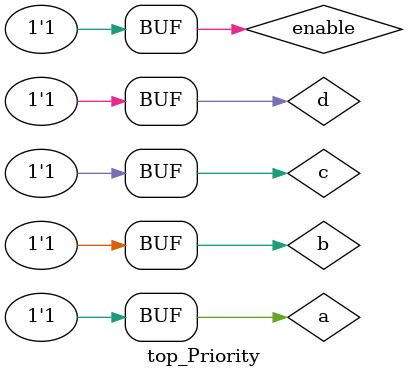
<source format=v>
module top_Priority;
    wire [1:0] out;
    reg a , b , c , d , enable;

    Priority_4bit0 p1(out[0] , a , b , c , d , enable);
    Priority_4bit1 p2(out[1] , a , b , c , d , enable);

    initial 
        begin
            #100 {a , b , c , d , enable} = 0;
            #100 {a , b , c , d , enable} = 1;
            #100 {a , b , c , d , enable} = 2;
            #100 {a , b , c , d , enable} = 3;
            #100 {a , b , c , d , enable} = 4;
            #100 {a , b , c , d , enable} = 5;
            #100 {a , b , c , d , enable} = 6;
            #100 {a , b , c , d , enable} = 7;
            #100 {a , b , c , d , enable} = 8;
            #100 {a , b , c , d , enable} = 9;
            #100 {a , b , c , d , enable} = 10;
            #100 {a , b , c , d , enable} = 11;
            #100 {a , b , c , d , enable} = 12;
            #100 {a , b , c , d , enable} = 13;
            #100 {a , b , c , d , enable} = 14;
            #100 {a , b , c , d , enable} = 15;
            #100 {a , b , c , d , enable} = 16;
            #100 {a , b , c , d , enable} = 17;
            #100 {a , b , c , d , enable} = 18;
            #100 {a , b , c , d , enable} = 19;
            #100 {a , b , c , d , enable} = 20;
            #100 {a , b , c , d , enable} = 21;
            #100 {a , b , c , d , enable} = 22;
            #100 {a , b , c , d , enable} = 23;
            #100 {a , b , c , d , enable} = 24;
            #100 {a , b , c , d , enable} = 25;
            #100 {a , b , c , d , enable} = 26;
            #100 {a , b , c , d , enable} = 27;
            #100 {a , b , c , d , enable} = 28;
            #100 {a , b , c , d , enable} = 29;
            #100 {a , b , c , d , enable} = 30;
            #100 {a , b , c , d , enable} = 31;
            #100;
        end
endmodule
</source>
